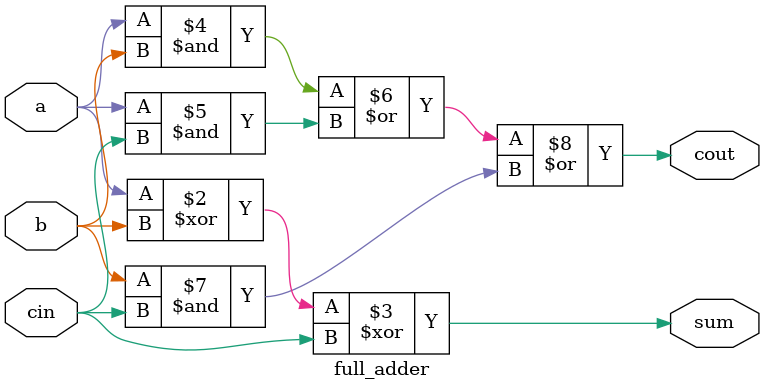
<source format=v>
`timescale 1ns / 1ps


module full_adder(a,b,cin,
                sum,cout);
    input a;
    input b;
    input cin;
    output sum;
    output cout;
    reg sum, cout;
    
    always @(a or b or cin)
      begin
        sum=a^b^cin;
        cout=(a&b)|(a&cin)|(b&cin);
      end 
endmodule

</source>
